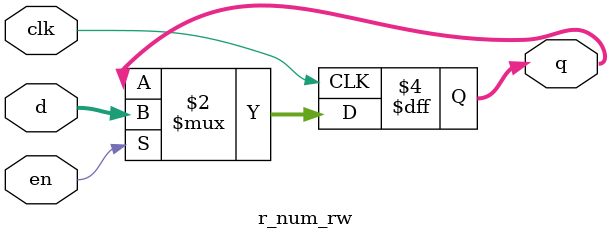
<source format=sv>
`timescale 1ns / 1ps


module r_num_rw( input logic clk ,en,
	             input logic [2:0] d , 
	              output logic [2:0] q); 

always_ff @(posedge clk)
// If en is asserted q gets d 
if (en) q <= d ; 

endmodule // r_num

</source>
